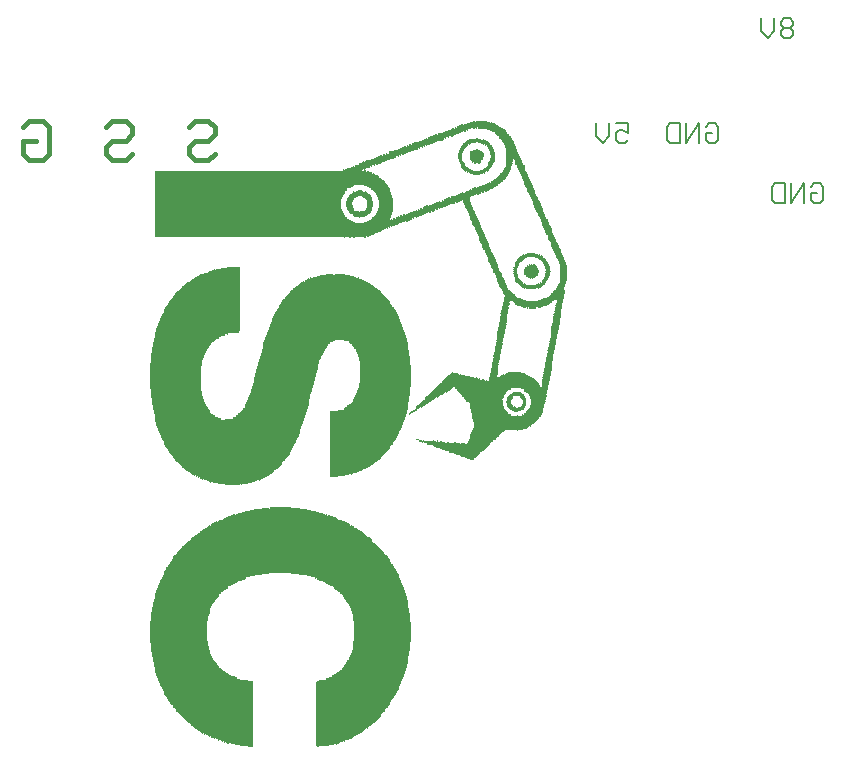
<source format=gbo>
G75*
%MOIN*%
%OFA0B0*%
%FSLAX25Y25*%
%IPPOS*%
%LPD*%
%AMOC8*
5,1,8,0,0,1.08239X$1,22.5*
%
%ADD10C,0.00600*%
%ADD11R,0.00300X0.08400*%
%ADD12R,0.00300X0.07200*%
%ADD13R,0.00300X0.15000*%
%ADD14R,0.00300X0.13200*%
%ADD15R,0.00300X0.19500*%
%ADD16R,0.00300X0.16800*%
%ADD17R,0.00300X0.22500*%
%ADD18R,0.00300X0.19800*%
%ADD19R,0.00300X0.25500*%
%ADD20R,0.00300X0.28200*%
%ADD21R,0.00300X0.24600*%
%ADD22R,0.00300X0.22200*%
%ADD23R,0.00300X0.30000*%
%ADD24R,0.00300X0.26700*%
%ADD25R,0.00300X0.32400*%
%ADD26R,0.00300X0.28500*%
%ADD27R,0.00300X0.34200*%
%ADD28R,0.00300X0.30300*%
%ADD29R,0.00300X0.36000*%
%ADD30R,0.00300X0.32100*%
%ADD31R,0.00300X0.37500*%
%ADD32R,0.00300X0.33300*%
%ADD33R,0.00300X0.39000*%
%ADD34R,0.00300X0.35100*%
%ADD35R,0.00300X0.40500*%
%ADD36R,0.00300X0.36300*%
%ADD37R,0.00300X0.41700*%
%ADD38R,0.00300X0.42900*%
%ADD39R,0.00300X0.38700*%
%ADD40R,0.00300X0.44100*%
%ADD41R,0.00300X0.39900*%
%ADD42R,0.00300X0.45300*%
%ADD43R,0.00300X0.41100*%
%ADD44R,0.00300X0.46500*%
%ADD45R,0.00300X0.42300*%
%ADD46R,0.00300X0.47400*%
%ADD47R,0.00300X0.43200*%
%ADD48R,0.00300X0.48300*%
%ADD49R,0.00300X0.49500*%
%ADD50R,0.00300X0.50400*%
%ADD51R,0.00300X0.45900*%
%ADD52R,0.00300X0.51300*%
%ADD53R,0.00300X0.47100*%
%ADD54R,0.00300X0.51900*%
%ADD55R,0.00300X0.47700*%
%ADD56R,0.00300X0.52800*%
%ADD57R,0.00300X0.48600*%
%ADD58R,0.00300X0.53700*%
%ADD59R,0.00300X0.54300*%
%ADD60R,0.00300X0.54900*%
%ADD61R,0.00300X0.51000*%
%ADD62R,0.00300X0.55800*%
%ADD63R,0.00300X0.51600*%
%ADD64R,0.00300X0.56400*%
%ADD65R,0.00300X0.52500*%
%ADD66R,0.00300X0.57000*%
%ADD67R,0.00300X0.53400*%
%ADD68R,0.00300X0.57600*%
%ADD69R,0.00300X0.54000*%
%ADD70R,0.00300X0.58200*%
%ADD71R,0.00300X0.54600*%
%ADD72R,0.00300X0.58800*%
%ADD73R,0.00300X0.55200*%
%ADD74R,0.00300X0.59400*%
%ADD75R,0.00300X0.60000*%
%ADD76R,0.00300X0.60600*%
%ADD77R,0.00300X0.60900*%
%ADD78R,0.00300X0.61500*%
%ADD79R,0.00300X0.61800*%
%ADD80R,0.00300X0.62400*%
%ADD81R,0.00300X0.63000*%
%ADD82R,0.00300X0.63300*%
%ADD83R,0.00300X0.63600*%
%ADD84R,0.00300X0.64200*%
%ADD85R,0.00300X0.64500*%
%ADD86R,0.00300X0.62100*%
%ADD87R,0.00300X0.64800*%
%ADD88R,0.00300X0.62700*%
%ADD89R,0.00300X0.65400*%
%ADD90R,0.00300X0.66000*%
%ADD91R,0.00300X0.63900*%
%ADD92R,0.00300X0.66300*%
%ADD93R,0.00300X0.66600*%
%ADD94R,0.00300X0.66900*%
%ADD95R,0.00300X0.67200*%
%ADD96R,0.00300X0.65700*%
%ADD97R,0.00300X0.67500*%
%ADD98R,0.00300X0.67800*%
%ADD99R,0.00300X0.68100*%
%ADD100R,0.00300X0.30600*%
%ADD101R,0.00300X0.29400*%
%ADD102R,0.00300X0.28800*%
%ADD103R,0.00300X0.27900*%
%ADD104R,0.00300X0.27300*%
%ADD105R,0.00300X0.26100*%
%ADD106R,0.00300X0.68400*%
%ADD107R,0.00300X0.68700*%
%ADD108R,0.00300X0.24900*%
%ADD109R,0.00300X0.69000*%
%ADD110R,0.00300X0.31200*%
%ADD111R,0.00300X0.24000*%
%ADD112R,0.00300X0.23700*%
%ADD113R,0.00300X0.29100*%
%ADD114R,0.00300X0.23400*%
%ADD115R,0.00300X0.23100*%
%ADD116R,0.00300X0.27600*%
%ADD117R,0.00300X0.22800*%
%ADD118R,0.00300X0.27000*%
%ADD119R,0.00300X0.26400*%
%ADD120R,0.00300X0.25800*%
%ADD121R,0.00300X0.21900*%
%ADD122R,0.00300X0.25200*%
%ADD123R,0.00300X0.24300*%
%ADD124R,0.00300X0.21600*%
%ADD125R,0.00300X0.31800*%
%ADD126R,0.00300X0.33000*%
%ADD127R,0.00300X0.33900*%
%ADD128R,0.00300X0.34800*%
%ADD129R,0.00300X0.37200*%
%ADD130R,0.00300X0.38100*%
%ADD131R,0.00300X0.39300*%
%ADD132R,0.00300X0.45000*%
%ADD133R,0.00300X0.48000*%
%ADD134R,0.00300X0.48900*%
%ADD135R,0.00300X0.49800*%
%ADD136R,0.00300X0.52200*%
%ADD137R,0.00300X0.53100*%
%ADD138R,0.00300X0.50700*%
%ADD139R,0.00300X0.50100*%
%ADD140R,0.00300X0.49200*%
%ADD141R,0.00300X0.45600*%
%ADD142R,0.00300X0.43800*%
%ADD143R,0.00300X0.42000*%
%ADD144R,0.00300X0.37800*%
%ADD145R,0.00300X0.36600*%
%ADD146R,0.00300X0.35700*%
%ADD147R,0.00300X0.34500*%
%ADD148R,0.00300X0.21300*%
%ADD149R,0.00300X0.09600*%
%ADD150R,0.00300X0.08700*%
%ADD151R,0.00300X0.08100*%
%ADD152R,0.00300X0.07800*%
%ADD153R,0.00300X0.07500*%
%ADD154R,0.00300X0.06900*%
%ADD155R,0.00300X0.02100*%
%ADD156R,0.00300X0.06600*%
%ADD157R,0.00300X0.04200*%
%ADD158R,0.00300X0.06300*%
%ADD159R,0.00300X0.04800*%
%ADD160R,0.00300X0.06000*%
%ADD161R,0.00300X0.05700*%
%ADD162R,0.00300X0.05400*%
%ADD163R,0.00300X0.03000*%
%ADD164R,0.00300X0.02400*%
%ADD165R,0.00300X0.02700*%
%ADD166R,0.00300X0.05100*%
%ADD167R,0.00300X0.69600*%
%ADD168R,0.00300X0.69300*%
%ADD169R,0.00300X0.01800*%
%ADD170R,0.00300X0.61200*%
%ADD171R,0.00300X0.60300*%
%ADD172R,0.00300X0.03600*%
%ADD173R,0.00300X0.59700*%
%ADD174R,0.00300X0.59100*%
%ADD175R,0.00300X0.57900*%
%ADD176R,0.00300X0.58500*%
%ADD177R,0.00300X0.57300*%
%ADD178R,0.00300X0.56700*%
%ADD179R,0.00300X0.18300*%
%ADD180R,0.00300X0.17700*%
%ADD181R,0.00300X0.56100*%
%ADD182R,0.00300X0.17100*%
%ADD183R,0.00300X0.16500*%
%ADD184R,0.00300X0.15900*%
%ADD185R,0.00300X0.15600*%
%ADD186R,0.00300X0.14700*%
%ADD187R,0.00300X0.14400*%
%ADD188R,0.00300X0.13500*%
%ADD189R,0.00300X0.12300*%
%ADD190R,0.00300X0.46800*%
%ADD191R,0.00300X0.40800*%
%ADD192R,0.00300X0.39600*%
%ADD193R,0.00300X0.38400*%
%ADD194R,0.00300X0.36900*%
%ADD195R,0.00300X0.32700*%
%ADD196R,0.00300X0.31500*%
%ADD197R,0.00300X0.30900*%
%ADD198R,0.00300X0.29700*%
%ADD199R,0.00300X0.20400*%
%ADD200R,0.00300X0.19200*%
%ADD201R,0.00300X0.17400*%
%ADD202R,0.00300X0.16200*%
%ADD203R,0.00300X0.00600*%
%ADD204R,0.00300X0.12600*%
%ADD205R,0.00300X0.00900*%
%ADD206R,0.00300X0.01500*%
%ADD207R,0.00300X0.00300*%
%ADD208R,0.00300X0.01200*%
%ADD209R,0.00300X0.03300*%
%ADD210R,0.00300X0.03900*%
%ADD211R,0.00300X0.04500*%
%ADD212R,0.00300X0.09000*%
%ADD213R,0.00300X0.09300*%
%ADD214R,0.00300X0.10500*%
%ADD215R,0.00300X0.12000*%
%ADD216R,0.00300X0.13800*%
%ADD217R,0.00300X0.09900*%
%ADD218R,0.00300X0.11700*%
%ADD219R,0.00300X0.10800*%
%ADD220R,0.00300X0.12900*%
%ADD221R,0.00300X0.10200*%
%ADD222R,0.00300X0.11400*%
%ADD223R,0.00300X0.11100*%
%ADD224R,0.00300X0.15300*%
%ADD225R,0.00300X0.14100*%
%ADD226R,0.00300X0.20700*%
%ADD227R,0.00300X0.18600*%
%ADD228C,0.01800*%
D10*
X0225984Y0219435D02*
X0228119Y0217300D01*
X0230255Y0219435D01*
X0230255Y0223705D01*
X0232430Y0223705D02*
X0236700Y0223705D01*
X0236700Y0220503D01*
X0234565Y0221570D01*
X0233497Y0221570D01*
X0232430Y0220503D01*
X0232430Y0218368D01*
X0233497Y0217300D01*
X0235632Y0217300D01*
X0236700Y0218368D01*
X0225984Y0219435D02*
X0225984Y0223705D01*
X0249539Y0222638D02*
X0249539Y0218368D01*
X0250606Y0217300D01*
X0253809Y0217300D01*
X0253809Y0223705D01*
X0250606Y0223705D01*
X0249539Y0222638D01*
X0255984Y0223705D02*
X0255984Y0217300D01*
X0260255Y0223705D01*
X0260255Y0217300D01*
X0262430Y0218368D02*
X0262430Y0220503D01*
X0264565Y0220503D01*
X0266700Y0222638D02*
X0266700Y0218368D01*
X0265632Y0217300D01*
X0263497Y0217300D01*
X0262430Y0218368D01*
X0262430Y0222638D02*
X0263497Y0223705D01*
X0265632Y0223705D01*
X0266700Y0222638D01*
X0285606Y0203705D02*
X0288809Y0203705D01*
X0288809Y0197300D01*
X0285606Y0197300D01*
X0284539Y0198368D01*
X0284539Y0202638D01*
X0285606Y0203705D01*
X0290984Y0203705D02*
X0290984Y0197300D01*
X0295255Y0203705D01*
X0295255Y0197300D01*
X0297430Y0198368D02*
X0297430Y0200503D01*
X0299565Y0200503D01*
X0301700Y0202638D02*
X0301700Y0198368D01*
X0300632Y0197300D01*
X0298497Y0197300D01*
X0297430Y0198368D01*
X0297430Y0202638D02*
X0298497Y0203705D01*
X0300632Y0203705D01*
X0301700Y0202638D01*
X0290632Y0252300D02*
X0288497Y0252300D01*
X0287430Y0253368D01*
X0287430Y0254435D01*
X0288497Y0255503D01*
X0290632Y0255503D01*
X0291700Y0256570D01*
X0291700Y0257638D01*
X0290632Y0258705D01*
X0288497Y0258705D01*
X0287430Y0257638D01*
X0287430Y0256570D01*
X0288497Y0255503D01*
X0290632Y0255503D02*
X0291700Y0254435D01*
X0291700Y0253368D01*
X0290632Y0252300D01*
X0285255Y0254435D02*
X0285255Y0258705D01*
X0285255Y0254435D02*
X0283119Y0252300D01*
X0280984Y0254435D01*
X0280984Y0258705D01*
D11*
X0141800Y0204050D03*
X0077600Y0139550D03*
X0182900Y0135350D03*
X0195200Y0125150D03*
D12*
X0077600Y0054050D03*
X0181700Y0136250D03*
X0204200Y0135650D03*
X0204200Y0126350D03*
X0199700Y0174350D03*
X0215900Y0173750D03*
X0191300Y0212750D03*
X0153200Y0202850D03*
X0147800Y0206750D03*
X0147500Y0206750D03*
X0147200Y0206750D03*
X0143000Y0204950D03*
X0149900Y0196850D03*
X0153200Y0190850D03*
X0142400Y0189350D03*
D13*
X0077900Y0139550D03*
X0205400Y0131150D03*
D14*
X0206300Y0131150D03*
X0164000Y0139550D03*
X0157100Y0195650D03*
X0197000Y0213650D03*
X0077900Y0054050D03*
D15*
X0078200Y0139400D03*
X0193100Y0128900D03*
X0194000Y0129500D03*
X0194300Y0129800D03*
X0194600Y0130100D03*
D16*
X0155000Y0196550D03*
X0078200Y0054050D03*
D17*
X0078800Y0053900D03*
X0104300Y0028400D03*
X0104900Y0028100D03*
X0105200Y0028100D03*
X0105500Y0028100D03*
X0105800Y0027800D03*
X0106100Y0027800D03*
X0136400Y0027500D03*
X0136700Y0027500D03*
X0137300Y0027800D03*
X0134900Y0082400D03*
X0134300Y0082700D03*
X0134000Y0082700D03*
X0133700Y0083000D03*
X0133400Y0083000D03*
X0133100Y0083000D03*
X0132500Y0083300D03*
X0109400Y0083300D03*
X0108800Y0083000D03*
X0108500Y0083000D03*
X0108200Y0083000D03*
X0107900Y0082700D03*
X0107600Y0082700D03*
X0107000Y0082400D03*
X0105500Y0114500D03*
X0105200Y0114500D03*
X0098900Y0115100D03*
X0098300Y0115400D03*
X0078500Y0139400D03*
X0101000Y0164000D03*
X0101600Y0164300D03*
X0101900Y0164300D03*
X0102200Y0164300D03*
X0103100Y0164600D03*
X0137900Y0162200D03*
X0138200Y0162200D03*
X0143900Y0161900D03*
X0144200Y0161600D03*
X0189500Y0126800D03*
X0190700Y0128000D03*
X0142700Y0117800D03*
X0142400Y0117500D03*
X0142100Y0117500D03*
D18*
X0193400Y0129050D03*
X0193700Y0129350D03*
X0078500Y0054050D03*
D19*
X0099200Y0031400D03*
X0099500Y0031100D03*
X0142400Y0030500D03*
X0142700Y0030800D03*
X0108800Y0116300D03*
X0095900Y0117500D03*
X0078800Y0139400D03*
X0096500Y0161300D03*
X0096800Y0161600D03*
X0146600Y0159500D03*
X0186800Y0125900D03*
X0145700Y0119900D03*
D20*
X0110000Y0117650D03*
X0079100Y0139250D03*
X0095300Y0159650D03*
X0134000Y0158750D03*
X0097400Y0033350D03*
D21*
X0100100Y0030650D03*
X0100400Y0030350D03*
X0079100Y0054050D03*
X0101000Y0079250D03*
X0107900Y0115550D03*
X0108200Y0115850D03*
X0096500Y0116750D03*
X0140900Y0079250D03*
X0141800Y0030050D03*
X0141500Y0029750D03*
X0146300Y0159950D03*
X0136100Y0161150D03*
X0097700Y0162350D03*
X0097400Y0162050D03*
D22*
X0102500Y0164450D03*
X0102800Y0164450D03*
X0103400Y0164750D03*
X0103700Y0164750D03*
X0104000Y0164750D03*
X0104300Y0164750D03*
X0104300Y0196850D03*
X0104600Y0196850D03*
X0104900Y0196850D03*
X0105200Y0196850D03*
X0105500Y0196850D03*
X0105800Y0196850D03*
X0106100Y0196850D03*
X0106400Y0196850D03*
X0106700Y0196850D03*
X0107000Y0196850D03*
X0107300Y0196850D03*
X0107600Y0196850D03*
X0107900Y0196850D03*
X0108200Y0196850D03*
X0108500Y0196850D03*
X0108800Y0196850D03*
X0109100Y0196850D03*
X0109400Y0196850D03*
X0109700Y0196850D03*
X0110000Y0196850D03*
X0110300Y0196850D03*
X0110600Y0196850D03*
X0110900Y0196850D03*
X0111200Y0196850D03*
X0111500Y0196850D03*
X0111800Y0196850D03*
X0112100Y0196850D03*
X0112400Y0196850D03*
X0112700Y0196850D03*
X0113000Y0196850D03*
X0113300Y0196850D03*
X0113600Y0196850D03*
X0113900Y0196850D03*
X0114200Y0196850D03*
X0114500Y0196850D03*
X0114800Y0196850D03*
X0115100Y0196850D03*
X0115400Y0196850D03*
X0115700Y0196850D03*
X0116000Y0196850D03*
X0116300Y0196850D03*
X0116600Y0196850D03*
X0116900Y0196850D03*
X0117200Y0196850D03*
X0117500Y0196850D03*
X0117800Y0196850D03*
X0118100Y0196850D03*
X0118400Y0196850D03*
X0118700Y0196850D03*
X0119000Y0196850D03*
X0119300Y0196850D03*
X0119600Y0196850D03*
X0119900Y0196850D03*
X0120200Y0196850D03*
X0120500Y0196850D03*
X0120800Y0196850D03*
X0121100Y0196850D03*
X0121400Y0196850D03*
X0121700Y0196850D03*
X0122000Y0196850D03*
X0122300Y0196850D03*
X0122600Y0196850D03*
X0122900Y0196850D03*
X0123200Y0196850D03*
X0123500Y0196850D03*
X0123800Y0196850D03*
X0124100Y0196850D03*
X0124400Y0196850D03*
X0124700Y0196850D03*
X0125000Y0196850D03*
X0125300Y0196850D03*
X0125600Y0196850D03*
X0125900Y0196850D03*
X0126200Y0196850D03*
X0126500Y0196850D03*
X0126800Y0196850D03*
X0127100Y0196850D03*
X0127400Y0196850D03*
X0127700Y0196850D03*
X0128000Y0196850D03*
X0128300Y0196850D03*
X0128600Y0196850D03*
X0128900Y0196850D03*
X0129200Y0196850D03*
X0129500Y0196850D03*
X0129800Y0196850D03*
X0130100Y0196850D03*
X0130400Y0196850D03*
X0130700Y0196850D03*
X0131000Y0196850D03*
X0131300Y0196850D03*
X0131600Y0196850D03*
X0131900Y0196850D03*
X0132200Y0196850D03*
X0132500Y0196850D03*
X0132800Y0196850D03*
X0133100Y0196850D03*
X0133400Y0196850D03*
X0133700Y0196850D03*
X0134000Y0196850D03*
X0134300Y0196850D03*
X0134600Y0196850D03*
X0134900Y0196850D03*
X0135200Y0196850D03*
X0135500Y0196850D03*
X0135800Y0196850D03*
X0136100Y0196850D03*
X0136400Y0196850D03*
X0136700Y0196850D03*
X0137000Y0196850D03*
X0137300Y0196850D03*
X0137600Y0196850D03*
X0137900Y0196850D03*
X0138200Y0196850D03*
X0138500Y0196850D03*
X0138800Y0196850D03*
X0139100Y0196850D03*
X0139400Y0196850D03*
X0139700Y0196850D03*
X0140000Y0196850D03*
X0140300Y0196850D03*
X0140600Y0196850D03*
X0140900Y0196850D03*
X0138800Y0162350D03*
X0138500Y0162350D03*
X0143300Y0162050D03*
X0143600Y0162050D03*
X0104000Y0196850D03*
X0103700Y0196850D03*
X0103400Y0196850D03*
X0103100Y0196850D03*
X0102800Y0196850D03*
X0102500Y0196850D03*
X0102200Y0196850D03*
X0101900Y0196850D03*
X0101600Y0196850D03*
X0101300Y0196850D03*
X0101000Y0196850D03*
X0100700Y0196850D03*
X0100400Y0196850D03*
X0100100Y0196850D03*
X0099800Y0196850D03*
X0099500Y0196850D03*
X0099200Y0196850D03*
X0098900Y0196850D03*
X0098600Y0196850D03*
X0098300Y0196850D03*
X0098000Y0196850D03*
X0097700Y0196850D03*
X0097400Y0196850D03*
X0097100Y0196850D03*
X0096800Y0196850D03*
X0096500Y0196850D03*
X0096200Y0196850D03*
X0095900Y0196850D03*
X0095600Y0196850D03*
X0095300Y0196850D03*
X0095000Y0196850D03*
X0094700Y0196850D03*
X0094400Y0196850D03*
X0094100Y0196850D03*
X0093800Y0196850D03*
X0093500Y0196850D03*
X0093200Y0196850D03*
X0092900Y0196850D03*
X0092600Y0196850D03*
X0092300Y0196850D03*
X0092000Y0196850D03*
X0091700Y0196850D03*
X0091400Y0196850D03*
X0091100Y0196850D03*
X0090800Y0196850D03*
X0090500Y0196850D03*
X0090200Y0196850D03*
X0089900Y0196850D03*
X0089600Y0196850D03*
X0089300Y0196850D03*
X0089000Y0196850D03*
X0088700Y0196850D03*
X0088400Y0196850D03*
X0088100Y0196850D03*
X0087800Y0196850D03*
X0087500Y0196850D03*
X0087200Y0196850D03*
X0086900Y0196850D03*
X0086600Y0196850D03*
X0086300Y0196850D03*
X0086000Y0196850D03*
X0085700Y0196850D03*
X0085400Y0196850D03*
X0085100Y0196850D03*
X0084800Y0196850D03*
X0084500Y0196850D03*
X0084200Y0196850D03*
X0083900Y0196850D03*
X0083600Y0196850D03*
X0083300Y0196850D03*
X0083000Y0196850D03*
X0082700Y0196850D03*
X0082400Y0196850D03*
X0082100Y0196850D03*
X0081800Y0196850D03*
X0081500Y0196850D03*
X0081200Y0196850D03*
X0080900Y0196850D03*
X0080600Y0196850D03*
X0080300Y0196850D03*
X0080000Y0196850D03*
X0079700Y0196850D03*
X0079400Y0196850D03*
X0141200Y0117350D03*
X0141500Y0117350D03*
X0141800Y0117350D03*
X0140300Y0117050D03*
X0131000Y0083750D03*
X0130700Y0083750D03*
X0130400Y0083750D03*
X0129500Y0084050D03*
X0129200Y0084050D03*
X0128900Y0084050D03*
X0127400Y0084350D03*
X0131300Y0083450D03*
X0131600Y0083450D03*
X0131900Y0083450D03*
X0132200Y0083450D03*
X0132800Y0083150D03*
X0114500Y0084350D03*
X0113000Y0084050D03*
X0112700Y0084050D03*
X0112400Y0084050D03*
X0111500Y0083750D03*
X0111200Y0083750D03*
X0110900Y0083750D03*
X0110600Y0083450D03*
X0110300Y0083450D03*
X0110000Y0083450D03*
X0109700Y0083450D03*
X0109100Y0083150D03*
X0104900Y0114350D03*
X0104600Y0114350D03*
X0100100Y0114650D03*
X0099500Y0114950D03*
X0099200Y0114950D03*
X0189800Y0126950D03*
X0136100Y0027350D03*
X0135800Y0027350D03*
X0135500Y0027350D03*
X0135200Y0027350D03*
X0134900Y0027050D03*
X0134600Y0027050D03*
X0134300Y0027050D03*
X0134000Y0027050D03*
X0110000Y0027050D03*
X0108200Y0027350D03*
X0107900Y0027350D03*
X0107600Y0027350D03*
X0107000Y0027650D03*
X0106700Y0027650D03*
X0106400Y0027650D03*
D23*
X0096800Y0034550D03*
X0096800Y0074450D03*
X0145100Y0074450D03*
X0079400Y0139250D03*
D24*
X0095300Y0118400D03*
X0109400Y0116900D03*
X0095900Y0160700D03*
X0185600Y0125600D03*
X0185900Y0125600D03*
X0191600Y0131000D03*
X0143600Y0031700D03*
X0143300Y0031400D03*
X0098300Y0032300D03*
X0079400Y0053900D03*
D25*
X0079700Y0139250D03*
D26*
X0110300Y0118100D03*
X0097400Y0075500D03*
X0079700Y0053900D03*
X0144500Y0032900D03*
X0144500Y0075500D03*
D27*
X0080000Y0139250D03*
D28*
X0110900Y0119000D03*
X0133400Y0157700D03*
X0080000Y0053900D03*
X0145100Y0034100D03*
D29*
X0112700Y0122450D03*
X0080300Y0139250D03*
D30*
X0132800Y0156500D03*
X0080300Y0053900D03*
D31*
X0081500Y0053900D03*
X0080600Y0139100D03*
D32*
X0132500Y0155900D03*
X0080600Y0053900D03*
D33*
X0080900Y0139250D03*
X0131000Y0152750D03*
D34*
X0080900Y0053900D03*
D35*
X0113900Y0125000D03*
X0081200Y0139100D03*
D36*
X0081200Y0053900D03*
D37*
X0159200Y0054200D03*
X0081500Y0139100D03*
D38*
X0081800Y0139100D03*
X0158900Y0054200D03*
D39*
X0081800Y0053900D03*
D40*
X0083300Y0053900D03*
X0115100Y0127400D03*
X0082100Y0139100D03*
D41*
X0130700Y0152000D03*
X0082100Y0053900D03*
D42*
X0083600Y0053900D03*
X0082400Y0139100D03*
D43*
X0114200Y0125600D03*
X0130400Y0151400D03*
X0082400Y0053900D03*
D44*
X0116000Y0129200D03*
X0128600Y0147800D03*
X0082700Y0139100D03*
D45*
X0114500Y0126200D03*
X0082700Y0053900D03*
D46*
X0157400Y0054050D03*
X0116300Y0129650D03*
X0083000Y0139250D03*
X0157700Y0139850D03*
D47*
X0159200Y0139850D03*
X0129800Y0150050D03*
X0114800Y0126950D03*
X0083000Y0054050D03*
D48*
X0083300Y0139100D03*
D49*
X0083600Y0139100D03*
X0117200Y0131300D03*
X0085100Y0053900D03*
D50*
X0085400Y0054050D03*
X0156500Y0054050D03*
X0117800Y0132350D03*
X0126800Y0144650D03*
X0083900Y0139250D03*
D51*
X0115700Y0128600D03*
X0158300Y0139700D03*
X0083900Y0053900D03*
D52*
X0118400Y0133100D03*
X0084200Y0139100D03*
D53*
X0128300Y0147200D03*
X0084200Y0053900D03*
D54*
X0118700Y0133700D03*
X0125900Y0143300D03*
X0084500Y0139100D03*
D55*
X0084500Y0053900D03*
D56*
X0119600Y0134750D03*
X0125000Y0141950D03*
X0155600Y0139850D03*
X0084800Y0139250D03*
D57*
X0127700Y0146150D03*
X0157400Y0139850D03*
X0157100Y0054050D03*
X0084800Y0054050D03*
D58*
X0120500Y0136100D03*
X0120800Y0136400D03*
X0121400Y0137300D03*
X0123500Y0140000D03*
X0123800Y0140300D03*
X0085100Y0139100D03*
D59*
X0085400Y0139100D03*
D60*
X0085700Y0139100D03*
D61*
X0118100Y0132650D03*
X0085700Y0054050D03*
X0156200Y0054050D03*
D62*
X0087800Y0054050D03*
X0086000Y0139250D03*
X0154100Y0139850D03*
D63*
X0156200Y0139850D03*
X0126200Y0143750D03*
X0155900Y0054050D03*
X0086000Y0054050D03*
D64*
X0088100Y0054050D03*
X0086300Y0139250D03*
X0153800Y0139850D03*
D65*
X0125300Y0142400D03*
X0119300Y0134600D03*
X0086300Y0053900D03*
X0155600Y0053900D03*
D66*
X0088400Y0054050D03*
X0086600Y0139250D03*
D67*
X0120200Y0135650D03*
X0124100Y0140750D03*
X0155300Y0139850D03*
X0155300Y0054050D03*
X0086600Y0054050D03*
D68*
X0088700Y0054050D03*
X0086900Y0139250D03*
D69*
X0121100Y0136850D03*
X0121700Y0137750D03*
X0122000Y0138050D03*
X0122300Y0138350D03*
X0122600Y0138950D03*
X0122900Y0139250D03*
X0123200Y0139550D03*
X0155000Y0139850D03*
X0155000Y0054050D03*
X0086900Y0054050D03*
D70*
X0089000Y0054050D03*
X0087200Y0139250D03*
X0152600Y0139850D03*
D71*
X0154700Y0139850D03*
X0154700Y0054050D03*
X0087200Y0054050D03*
D72*
X0089300Y0054050D03*
X0087500Y0139250D03*
X0152300Y0139850D03*
D73*
X0154400Y0139850D03*
X0154400Y0054050D03*
X0087500Y0054050D03*
D74*
X0089600Y0054050D03*
X0087800Y0139250D03*
D75*
X0088100Y0139250D03*
X0151400Y0139850D03*
X0089900Y0054050D03*
D76*
X0090200Y0054050D03*
X0088400Y0139250D03*
D77*
X0088700Y0139100D03*
X0150800Y0140000D03*
X0151700Y0053900D03*
X0090500Y0054200D03*
D78*
X0090800Y0054200D03*
X0089000Y0139100D03*
X0150200Y0140000D03*
D79*
X0149900Y0139850D03*
X0089300Y0139250D03*
X0151100Y0054050D03*
D80*
X0150800Y0054050D03*
X0089600Y0139250D03*
X0149300Y0139850D03*
D81*
X0148700Y0139850D03*
X0089900Y0139250D03*
X0091700Y0054350D03*
X0150500Y0054050D03*
D82*
X0092000Y0054200D03*
X0090200Y0139100D03*
X0148400Y0140000D03*
D83*
X0148100Y0139850D03*
X0090500Y0139250D03*
X0150200Y0054050D03*
D84*
X0149600Y0054050D03*
X0090800Y0139250D03*
X0147500Y0139850D03*
D85*
X0091100Y0139100D03*
X0092600Y0054200D03*
D86*
X0091100Y0054200D03*
X0149600Y0140000D03*
D87*
X0091400Y0139250D03*
X0092900Y0054350D03*
X0149300Y0054050D03*
D88*
X0091400Y0054200D03*
X0149000Y0140000D03*
D89*
X0092000Y0139250D03*
X0091700Y0139250D03*
X0093200Y0054350D03*
X0149000Y0054050D03*
D90*
X0148700Y0054050D03*
X0148400Y0054050D03*
X0093800Y0054350D03*
X0092300Y0139250D03*
D91*
X0147800Y0140000D03*
X0149900Y0053900D03*
X0092300Y0054200D03*
D92*
X0092600Y0139400D03*
D93*
X0092900Y0139250D03*
X0094100Y0054350D03*
X0148100Y0054050D03*
D94*
X0094400Y0054500D03*
X0093200Y0139400D03*
D95*
X0093500Y0139250D03*
X0094700Y0054350D03*
X0147800Y0054050D03*
D96*
X0093500Y0054200D03*
D97*
X0147500Y0054200D03*
X0093800Y0139400D03*
D98*
X0094100Y0139250D03*
X0095000Y0054350D03*
X0147200Y0054050D03*
D99*
X0146900Y0054200D03*
X0095300Y0054500D03*
X0094400Y0139400D03*
D100*
X0094700Y0158150D03*
D101*
X0094700Y0119750D03*
X0110600Y0118550D03*
X0147200Y0122450D03*
D102*
X0095000Y0159050D03*
X0097100Y0033950D03*
D103*
X0144200Y0032600D03*
X0162200Y0054200D03*
X0095000Y0119000D03*
X0134300Y0159200D03*
X0146900Y0121700D03*
D104*
X0146600Y0121100D03*
X0162500Y0139700D03*
X0147200Y0158300D03*
X0109700Y0117200D03*
X0098000Y0076400D03*
X0143900Y0076400D03*
X0098000Y0032600D03*
X0095600Y0160100D03*
D105*
X0096200Y0161000D03*
X0095600Y0117800D03*
X0109100Y0116600D03*
X0162500Y0054200D03*
X0143000Y0031100D03*
X0098600Y0032000D03*
D106*
X0095600Y0054350D03*
D107*
X0095900Y0054500D03*
X0146600Y0054200D03*
D108*
X0141500Y0078800D03*
X0141200Y0079100D03*
X0100700Y0079100D03*
X0100400Y0078800D03*
X0096200Y0117200D03*
X0145400Y0119600D03*
X0187400Y0126200D03*
X0191300Y0129800D03*
X0135800Y0161000D03*
X0097100Y0161900D03*
X0099800Y0030800D03*
D109*
X0096200Y0054350D03*
X0146300Y0054050D03*
D110*
X0145400Y0073550D03*
X0096500Y0073550D03*
X0096500Y0035450D03*
X0111200Y0119450D03*
X0133100Y0157250D03*
X0192500Y0133850D03*
D111*
X0136400Y0161450D03*
X0098600Y0162950D03*
X0098000Y0162650D03*
X0096800Y0116450D03*
X0107300Y0115250D03*
X0102200Y0080150D03*
X0101900Y0079850D03*
X0139700Y0080150D03*
X0140000Y0079850D03*
X0162800Y0054350D03*
X0140900Y0029450D03*
X0140600Y0029150D03*
X0101300Y0029750D03*
X0101000Y0030050D03*
D112*
X0101600Y0029600D03*
X0102200Y0029300D03*
X0139700Y0028700D03*
X0140000Y0029000D03*
X0140300Y0029000D03*
X0139400Y0080300D03*
X0139100Y0080600D03*
X0138800Y0080600D03*
X0103100Y0080600D03*
X0102800Y0080600D03*
X0102500Y0080300D03*
X0107000Y0115100D03*
X0097100Y0116300D03*
X0144500Y0118700D03*
X0188300Y0126500D03*
X0188600Y0126500D03*
X0145700Y0160700D03*
X0136700Y0161600D03*
X0098900Y0163100D03*
X0098300Y0162800D03*
D113*
X0133700Y0158300D03*
X0162200Y0139700D03*
X0192200Y0132800D03*
X0144800Y0074900D03*
X0144800Y0033500D03*
X0097100Y0074900D03*
D114*
X0103400Y0080750D03*
X0103700Y0081050D03*
X0104000Y0081050D03*
X0137900Y0081050D03*
X0138200Y0081050D03*
X0138500Y0080750D03*
X0106700Y0114950D03*
X0097400Y0115850D03*
X0144200Y0118550D03*
X0191000Y0128750D03*
X0145400Y0160850D03*
X0145100Y0161150D03*
X0137000Y0161750D03*
X0099800Y0163550D03*
X0099200Y0163250D03*
X0101900Y0029450D03*
X0102500Y0029150D03*
X0139100Y0028550D03*
X0139400Y0028550D03*
D115*
X0138800Y0028400D03*
X0138500Y0028100D03*
X0138200Y0028100D03*
X0103700Y0028700D03*
X0103400Y0028700D03*
X0103100Y0029000D03*
X0102800Y0029000D03*
X0104300Y0081200D03*
X0104600Y0081500D03*
X0104900Y0081500D03*
X0105200Y0081800D03*
X0105500Y0081800D03*
X0136400Y0081800D03*
X0137000Y0081500D03*
X0137300Y0081500D03*
X0137600Y0081200D03*
X0106400Y0114800D03*
X0097700Y0115700D03*
X0143300Y0118100D03*
X0143600Y0118100D03*
X0143900Y0118400D03*
X0188900Y0126500D03*
X0144800Y0161300D03*
X0137300Y0161900D03*
X0100100Y0163700D03*
X0099500Y0163400D03*
D116*
X0191900Y0131750D03*
X0144200Y0075950D03*
X0097700Y0075950D03*
X0097700Y0033050D03*
X0143900Y0032150D03*
D117*
X0137900Y0027950D03*
X0137600Y0027950D03*
X0137000Y0027650D03*
X0104600Y0028250D03*
X0104000Y0028550D03*
X0105800Y0081950D03*
X0106100Y0081950D03*
X0106400Y0082250D03*
X0106700Y0082250D03*
X0107300Y0082550D03*
X0134600Y0082550D03*
X0135200Y0082250D03*
X0135500Y0082250D03*
X0135800Y0081950D03*
X0136100Y0081950D03*
X0136700Y0081650D03*
X0106100Y0114650D03*
X0105800Y0114650D03*
X0098600Y0115250D03*
X0098000Y0115550D03*
X0143000Y0117950D03*
X0163100Y0139550D03*
X0144500Y0161450D03*
X0137600Y0162050D03*
X0101300Y0164150D03*
X0100700Y0163850D03*
X0100400Y0163850D03*
X0189200Y0126650D03*
D118*
X0134600Y0159650D03*
X0143600Y0076850D03*
X0098300Y0076850D03*
D119*
X0098600Y0077150D03*
X0098900Y0077450D03*
X0143000Y0077450D03*
X0143300Y0077150D03*
X0146300Y0120650D03*
X0186200Y0125750D03*
X0146900Y0159050D03*
X0134900Y0159950D03*
D120*
X0135200Y0160250D03*
X0146000Y0120350D03*
X0186500Y0125750D03*
X0142400Y0078050D03*
X0142700Y0077750D03*
X0099500Y0078050D03*
X0099200Y0077750D03*
X0098900Y0031550D03*
D121*
X0107300Y0027500D03*
X0108500Y0027200D03*
X0108800Y0027200D03*
X0109100Y0027200D03*
X0109400Y0027200D03*
X0109700Y0027200D03*
X0110300Y0026900D03*
X0110600Y0026900D03*
X0110900Y0026900D03*
X0111200Y0026900D03*
X0111500Y0026900D03*
X0133100Y0026900D03*
X0133400Y0026900D03*
X0133700Y0026900D03*
X0130100Y0083900D03*
X0129800Y0083900D03*
X0128600Y0084200D03*
X0128300Y0084200D03*
X0128000Y0084200D03*
X0127700Y0084200D03*
X0127100Y0084500D03*
X0126800Y0084500D03*
X0126500Y0084500D03*
X0126200Y0084500D03*
X0125900Y0084500D03*
X0125600Y0084500D03*
X0125300Y0084500D03*
X0125000Y0084500D03*
X0124700Y0084500D03*
X0124400Y0084800D03*
X0124100Y0084800D03*
X0123800Y0084800D03*
X0123500Y0084800D03*
X0123200Y0084800D03*
X0122900Y0084800D03*
X0122600Y0084800D03*
X0122300Y0084800D03*
X0122000Y0084800D03*
X0121700Y0084800D03*
X0121400Y0084800D03*
X0121100Y0084800D03*
X0120800Y0084800D03*
X0120500Y0084800D03*
X0120200Y0084800D03*
X0119900Y0084800D03*
X0119600Y0084800D03*
X0119300Y0084800D03*
X0119000Y0084800D03*
X0118700Y0084800D03*
X0118400Y0084800D03*
X0118100Y0084800D03*
X0117800Y0084800D03*
X0117500Y0084800D03*
X0116900Y0084500D03*
X0116600Y0084500D03*
X0116300Y0084500D03*
X0116000Y0084500D03*
X0115700Y0084500D03*
X0115400Y0084500D03*
X0115100Y0084500D03*
X0114800Y0084500D03*
X0114200Y0084200D03*
X0113900Y0084200D03*
X0113600Y0084200D03*
X0113300Y0084200D03*
X0112100Y0083900D03*
X0111800Y0083900D03*
X0104300Y0114200D03*
X0104000Y0114200D03*
X0103700Y0114200D03*
X0103400Y0114200D03*
X0103100Y0114200D03*
X0102800Y0114200D03*
X0102500Y0114200D03*
X0101000Y0114500D03*
X0100700Y0114500D03*
X0100400Y0114500D03*
X0099800Y0114800D03*
X0137600Y0116900D03*
X0137900Y0116900D03*
X0138200Y0116900D03*
X0138500Y0116900D03*
X0138800Y0116900D03*
X0139100Y0116900D03*
X0139400Y0116900D03*
X0139700Y0116900D03*
X0140000Y0116900D03*
X0140600Y0117200D03*
X0140900Y0117200D03*
X0142400Y0162200D03*
X0142700Y0162200D03*
X0143000Y0162200D03*
X0142100Y0162500D03*
X0141800Y0162500D03*
X0141500Y0162500D03*
X0141200Y0162500D03*
X0140900Y0162500D03*
X0140600Y0162500D03*
X0140300Y0162500D03*
X0140000Y0162500D03*
X0139700Y0162500D03*
X0139400Y0162500D03*
X0139100Y0162500D03*
X0107000Y0164900D03*
X0106700Y0164900D03*
X0106400Y0164900D03*
X0106100Y0164900D03*
X0105800Y0164900D03*
X0105500Y0164900D03*
X0105200Y0164900D03*
X0104900Y0164900D03*
X0104600Y0164900D03*
D122*
X0135500Y0160550D03*
X0162800Y0139550D03*
X0187100Y0126050D03*
X0141800Y0078650D03*
X0142100Y0078350D03*
X0100100Y0078650D03*
X0099800Y0078350D03*
X0108500Y0116150D03*
X0142100Y0030350D03*
D123*
X0141200Y0029600D03*
X0100700Y0030200D03*
X0101300Y0079400D03*
X0101600Y0079700D03*
X0140300Y0079700D03*
X0140600Y0079400D03*
X0107600Y0115400D03*
X0144800Y0119000D03*
X0145100Y0119300D03*
X0187700Y0126200D03*
X0188000Y0126200D03*
X0146000Y0160400D03*
D124*
X0107300Y0165050D03*
X0102200Y0114350D03*
X0101900Y0114350D03*
X0101600Y0114350D03*
X0101300Y0114350D03*
X0117200Y0084650D03*
X0163100Y0054350D03*
X0190100Y0126950D03*
X0190400Y0127250D03*
D125*
X0192800Y0134750D03*
X0111500Y0120050D03*
X0145400Y0035150D03*
D126*
X0111800Y0120650D03*
D127*
X0112100Y0121100D03*
D128*
X0112400Y0121850D03*
D129*
X0113000Y0123050D03*
X0160700Y0139850D03*
D130*
X0113300Y0123800D03*
D131*
X0113600Y0124400D03*
D132*
X0115400Y0128150D03*
X0129200Y0148850D03*
X0158600Y0139850D03*
X0158300Y0054050D03*
D133*
X0116600Y0130250D03*
X0128000Y0146750D03*
D134*
X0116900Y0130700D03*
D135*
X0117500Y0131750D03*
X0156800Y0139850D03*
D136*
X0155900Y0139850D03*
X0125600Y0142850D03*
X0119000Y0134150D03*
D137*
X0119900Y0135200D03*
X0124400Y0141200D03*
X0124700Y0141500D03*
D138*
X0126500Y0144200D03*
X0156500Y0140000D03*
D139*
X0127100Y0145100D03*
D140*
X0127400Y0145550D03*
X0157100Y0139850D03*
X0156800Y0054050D03*
D141*
X0158000Y0054050D03*
X0128900Y0148250D03*
D142*
X0129500Y0149450D03*
X0158900Y0139850D03*
X0158600Y0054050D03*
D143*
X0159500Y0139850D03*
X0130100Y0150650D03*
D144*
X0131300Y0153350D03*
D145*
X0131600Y0153950D03*
D146*
X0131900Y0154700D03*
X0161000Y0139700D03*
X0160700Y0054200D03*
D147*
X0161000Y0054200D03*
X0161300Y0139700D03*
X0132200Y0155300D03*
D148*
X0132800Y0026900D03*
D149*
X0141200Y0190550D03*
X0141200Y0203150D03*
D150*
X0141500Y0203600D03*
X0141500Y0190100D03*
X0157700Y0196400D03*
X0196700Y0164600D03*
X0215600Y0173900D03*
X0183500Y0135200D03*
X0183200Y0135200D03*
X0184400Y0116000D03*
D151*
X0194900Y0135800D03*
X0195200Y0136100D03*
X0141800Y0189800D03*
D152*
X0153500Y0191450D03*
X0153500Y0202250D03*
X0142100Y0204350D03*
X0182300Y0135950D03*
X0182600Y0135650D03*
D153*
X0182000Y0136100D03*
X0195500Y0125000D03*
X0184100Y0115700D03*
X0164300Y0139400D03*
X0142100Y0189500D03*
X0142400Y0204500D03*
X0142700Y0204800D03*
X0181400Y0212600D03*
X0183500Y0197600D03*
X0198200Y0214400D03*
D154*
X0158000Y0196400D03*
X0144500Y0197000D03*
X0142700Y0189200D03*
X0143300Y0205400D03*
X0143600Y0205400D03*
X0146300Y0206600D03*
X0146600Y0206600D03*
X0146900Y0206600D03*
X0209600Y0174500D03*
X0195800Y0137000D03*
X0195500Y0136700D03*
X0181400Y0136400D03*
X0181100Y0136700D03*
X0164300Y0054200D03*
D155*
X0173000Y0116600D03*
X0173600Y0116600D03*
X0173900Y0116600D03*
X0172400Y0116900D03*
X0168500Y0130400D03*
X0168800Y0130700D03*
X0169100Y0131000D03*
X0197900Y0132500D03*
X0201500Y0132500D03*
X0203000Y0163400D03*
X0203600Y0163400D03*
X0206300Y0163400D03*
X0206600Y0163400D03*
X0208400Y0170600D03*
X0208700Y0170900D03*
X0208700Y0177800D03*
X0208400Y0178400D03*
X0201200Y0170300D03*
X0200600Y0170900D03*
X0200300Y0171200D03*
X0200600Y0178100D03*
X0200900Y0178400D03*
X0177500Y0197900D03*
X0178400Y0198200D03*
X0179300Y0198500D03*
X0184100Y0200300D03*
X0184700Y0200600D03*
X0186200Y0201200D03*
X0187100Y0201500D03*
X0188000Y0201800D03*
X0188900Y0202100D03*
X0190400Y0202700D03*
X0191000Y0203000D03*
X0190100Y0209000D03*
X0182600Y0208700D03*
X0182300Y0216200D03*
X0179600Y0221300D03*
X0179000Y0221000D03*
X0177500Y0220400D03*
X0177200Y0220400D03*
X0176600Y0220100D03*
X0176300Y0220100D03*
X0175700Y0219800D03*
X0173300Y0218900D03*
X0172400Y0218600D03*
X0170000Y0217700D03*
X0169400Y0217400D03*
X0169100Y0217400D03*
X0168500Y0217100D03*
X0167900Y0216800D03*
X0167600Y0216800D03*
X0167000Y0216500D03*
X0164600Y0215600D03*
X0163700Y0215300D03*
X0162800Y0215000D03*
X0161300Y0214400D03*
X0160700Y0214100D03*
X0160400Y0214100D03*
X0159800Y0213800D03*
X0159500Y0213800D03*
X0156800Y0212600D03*
X0156500Y0212600D03*
X0155900Y0212300D03*
X0155000Y0212000D03*
X0152600Y0211100D03*
X0152000Y0210800D03*
X0151700Y0210800D03*
X0151100Y0210500D03*
X0150800Y0210500D03*
X0148400Y0200300D03*
X0148100Y0200300D03*
X0148700Y0200000D03*
X0149000Y0200000D03*
X0146600Y0200300D03*
X0146300Y0200300D03*
X0146000Y0200000D03*
X0145700Y0200000D03*
X0143000Y0197000D03*
X0145400Y0194000D03*
X0145700Y0193700D03*
X0146000Y0193700D03*
X0146300Y0193400D03*
X0146600Y0193400D03*
X0146900Y0193400D03*
X0147500Y0193400D03*
X0147800Y0193400D03*
X0148100Y0193400D03*
X0148400Y0193400D03*
X0148700Y0193700D03*
X0149000Y0193700D03*
X0149300Y0194000D03*
X0151700Y0197000D03*
X0157700Y0190400D03*
X0158300Y0190700D03*
X0159200Y0191000D03*
X0160700Y0191600D03*
X0161600Y0191900D03*
X0162500Y0192200D03*
X0163400Y0192500D03*
X0164900Y0193100D03*
X0165500Y0193400D03*
X0165800Y0193400D03*
X0166400Y0193700D03*
X0166700Y0193700D03*
X0167300Y0194000D03*
X0168200Y0194300D03*
X0169400Y0194900D03*
X0170300Y0195200D03*
X0171200Y0195500D03*
X0172700Y0196100D03*
X0173600Y0196400D03*
X0174200Y0196700D03*
X0174500Y0196700D03*
X0175100Y0197000D03*
X0175400Y0197000D03*
X0190400Y0216200D03*
X0190100Y0216500D03*
X0189800Y0216800D03*
X0185900Y0223100D03*
X0186500Y0223400D03*
X0187100Y0223400D03*
X0185000Y0223100D03*
X0184700Y0223100D03*
X0184400Y0223100D03*
X0184100Y0222800D03*
X0183800Y0222800D03*
X0183500Y0222800D03*
X0182900Y0222500D03*
X0182000Y0222200D03*
X0181100Y0221900D03*
D156*
X0181100Y0212750D03*
X0183200Y0197750D03*
X0199400Y0174350D03*
X0180800Y0136850D03*
X0195800Y0124850D03*
X0203900Y0136250D03*
X0183800Y0115250D03*
X0143000Y0189050D03*
X0144200Y0196850D03*
X0150200Y0196850D03*
X0150500Y0196850D03*
X0152900Y0190550D03*
X0152900Y0203150D03*
X0146000Y0206450D03*
X0145400Y0206150D03*
X0144800Y0205850D03*
X0144500Y0205850D03*
X0144200Y0205550D03*
X0143900Y0205550D03*
D157*
X0143300Y0196850D03*
X0180500Y0212750D03*
X0185300Y0212750D03*
X0187400Y0212750D03*
X0195800Y0207350D03*
X0194600Y0220250D03*
X0194300Y0220550D03*
X0182300Y0198650D03*
X0203600Y0174350D03*
X0174500Y0135350D03*
X0174200Y0135050D03*
X0173900Y0134750D03*
X0179600Y0115250D03*
X0180800Y0114950D03*
X0181100Y0114950D03*
X0202100Y0130850D03*
D158*
X0196700Y0137600D03*
X0196100Y0137300D03*
X0180500Y0137000D03*
X0209900Y0174500D03*
X0196100Y0218000D03*
X0152600Y0203600D03*
X0145700Y0206300D03*
X0145100Y0206000D03*
X0152600Y0190100D03*
X0143300Y0188900D03*
D159*
X0146000Y0188150D03*
X0146300Y0188150D03*
X0146600Y0188150D03*
X0146900Y0188150D03*
X0147200Y0188150D03*
X0147500Y0188150D03*
X0147800Y0188150D03*
X0148100Y0188150D03*
X0148400Y0188150D03*
X0148700Y0188150D03*
X0149600Y0188450D03*
X0151100Y0196850D03*
X0158300Y0196550D03*
X0149600Y0205250D03*
X0148700Y0205550D03*
X0148400Y0205550D03*
X0148100Y0205550D03*
X0143600Y0196850D03*
X0186200Y0212750D03*
X0186500Y0212750D03*
X0191900Y0212750D03*
X0196100Y0208250D03*
X0194900Y0219950D03*
X0204200Y0174350D03*
X0204800Y0174350D03*
X0210200Y0174650D03*
X0195500Y0169250D03*
X0194900Y0170150D03*
X0179000Y0138050D03*
X0178700Y0138050D03*
X0176000Y0136550D03*
X0175700Y0136250D03*
X0175400Y0135950D03*
X0182600Y0114650D03*
X0182900Y0114650D03*
X0197900Y0123950D03*
X0198200Y0123950D03*
X0198500Y0123950D03*
X0198800Y0123950D03*
X0199100Y0123950D03*
X0199400Y0123950D03*
X0200300Y0123950D03*
X0200600Y0123950D03*
X0200900Y0123950D03*
X0201200Y0123950D03*
X0201800Y0124250D03*
D160*
X0203600Y0125450D03*
X0203900Y0125750D03*
X0196100Y0124850D03*
X0203600Y0136550D03*
X0203300Y0136850D03*
X0197000Y0137750D03*
X0196400Y0137450D03*
X0180200Y0137150D03*
X0183500Y0114950D03*
X0214100Y0178850D03*
X0182900Y0198050D03*
X0191600Y0212750D03*
X0198500Y0214850D03*
X0152300Y0203750D03*
X0152000Y0204050D03*
X0150800Y0196850D03*
X0143900Y0196850D03*
X0152300Y0189950D03*
X0152000Y0189650D03*
X0143600Y0188750D03*
D161*
X0143900Y0188600D03*
X0144200Y0188600D03*
X0151700Y0189500D03*
X0151400Y0204500D03*
X0183800Y0195800D03*
X0185000Y0192800D03*
X0187700Y0186800D03*
X0188300Y0185300D03*
X0188600Y0184400D03*
X0191900Y0176900D03*
X0210200Y0188000D03*
X0205700Y0198500D03*
X0203300Y0203900D03*
X0202100Y0206900D03*
X0199400Y0212900D03*
X0195800Y0218600D03*
X0197300Y0137900D03*
X0197600Y0137900D03*
X0202100Y0137600D03*
X0202400Y0137300D03*
X0202700Y0137300D03*
X0203000Y0137000D03*
X0203300Y0125300D03*
X0203000Y0125000D03*
X0196700Y0124400D03*
X0196400Y0124700D03*
X0179900Y0137600D03*
D162*
X0179600Y0137750D03*
X0178400Y0138050D03*
X0178100Y0138050D03*
X0177800Y0137750D03*
X0177500Y0137450D03*
X0176900Y0137150D03*
X0197600Y0130850D03*
X0197000Y0124250D03*
X0202400Y0124550D03*
X0202700Y0124550D03*
X0201800Y0137750D03*
X0201500Y0137750D03*
X0201200Y0137750D03*
X0200900Y0138050D03*
X0200600Y0138050D03*
X0199100Y0138350D03*
X0198800Y0138050D03*
X0198500Y0138050D03*
X0198200Y0138050D03*
X0197900Y0138050D03*
X0183200Y0114650D03*
X0197000Y0165650D03*
X0194600Y0171050D03*
X0194000Y0171950D03*
X0193700Y0172850D03*
X0192800Y0174950D03*
X0192500Y0175850D03*
X0192200Y0176450D03*
X0191300Y0178250D03*
X0190700Y0179750D03*
X0190400Y0180350D03*
X0190100Y0181250D03*
X0189800Y0181850D03*
X0189500Y0182450D03*
X0189200Y0183350D03*
X0188000Y0186050D03*
X0187400Y0187250D03*
X0187100Y0188150D03*
X0186800Y0188750D03*
X0186500Y0189650D03*
X0186200Y0190250D03*
X0185900Y0190850D03*
X0185600Y0191750D03*
X0185300Y0192050D03*
X0184700Y0193850D03*
X0184100Y0194750D03*
X0182600Y0198350D03*
X0180800Y0212750D03*
X0195500Y0219050D03*
X0198800Y0214250D03*
X0199700Y0212450D03*
X0200000Y0211550D03*
X0200300Y0210950D03*
X0201200Y0208850D03*
X0201500Y0207950D03*
X0201800Y0207350D03*
X0202400Y0205850D03*
X0202700Y0205250D03*
X0203900Y0202550D03*
X0204200Y0201950D03*
X0204500Y0201350D03*
X0204800Y0200450D03*
X0205400Y0199250D03*
X0206600Y0196550D03*
X0206900Y0195650D03*
X0207200Y0195050D03*
X0207500Y0194450D03*
X0207800Y0193550D03*
X0208100Y0192950D03*
X0208400Y0192050D03*
X0208700Y0191450D03*
X0209000Y0190850D03*
X0209300Y0189950D03*
X0209600Y0189350D03*
X0209900Y0189050D03*
X0210500Y0187250D03*
X0211100Y0186050D03*
X0211700Y0184550D03*
X0212000Y0183950D03*
X0212300Y0183050D03*
X0212600Y0182450D03*
X0213500Y0180650D03*
X0213800Y0179450D03*
X0199100Y0174350D03*
X0151400Y0189350D03*
X0151100Y0189050D03*
X0150500Y0188750D03*
X0144800Y0188450D03*
X0144500Y0188450D03*
X0151700Y0204350D03*
X0151100Y0204650D03*
X0150800Y0204950D03*
X0150500Y0204950D03*
D163*
X0144800Y0198950D03*
X0144800Y0194750D03*
X0184400Y0212750D03*
X0188000Y0212750D03*
X0194600Y0205550D03*
X0194000Y0204950D03*
X0192200Y0222050D03*
X0191900Y0222350D03*
X0191600Y0222350D03*
X0191300Y0222650D03*
X0200000Y0171950D03*
X0197900Y0165950D03*
X0198800Y0165350D03*
X0211100Y0165350D03*
X0211400Y0165650D03*
X0171500Y0132950D03*
X0171200Y0132650D03*
X0170900Y0132350D03*
X0176600Y0115850D03*
X0176900Y0115850D03*
D164*
X0175400Y0116150D03*
X0174500Y0116450D03*
X0174200Y0116450D03*
X0173300Y0116750D03*
X0169400Y0131150D03*
X0169700Y0131450D03*
X0200600Y0164150D03*
X0200900Y0164150D03*
X0201200Y0163850D03*
X0201500Y0163850D03*
X0201800Y0163550D03*
X0202100Y0163550D03*
X0202400Y0163550D03*
X0202700Y0163550D03*
X0203300Y0163250D03*
X0203900Y0163250D03*
X0204200Y0163250D03*
X0204500Y0163250D03*
X0204800Y0163250D03*
X0205100Y0163250D03*
X0205400Y0163250D03*
X0205700Y0163250D03*
X0206000Y0163250D03*
X0206900Y0163550D03*
X0207200Y0163550D03*
X0207500Y0163550D03*
X0207800Y0163850D03*
X0208100Y0163850D03*
X0208400Y0163850D03*
X0208700Y0164150D03*
X0209000Y0164150D03*
X0209300Y0164150D03*
X0209000Y0171350D03*
X0206600Y0174350D03*
X0200300Y0177650D03*
X0178100Y0198050D03*
X0177800Y0198050D03*
X0177200Y0197750D03*
X0176900Y0197750D03*
X0176600Y0197450D03*
X0176300Y0197450D03*
X0176000Y0197150D03*
X0175700Y0197150D03*
X0174800Y0196850D03*
X0173900Y0196550D03*
X0173300Y0196250D03*
X0173000Y0196250D03*
X0172400Y0195950D03*
X0172100Y0195950D03*
X0171800Y0195650D03*
X0171500Y0195650D03*
X0170900Y0195350D03*
X0170600Y0195350D03*
X0170000Y0195050D03*
X0169700Y0195050D03*
X0169100Y0194750D03*
X0168800Y0194750D03*
X0168500Y0194450D03*
X0167900Y0194150D03*
X0167600Y0194150D03*
X0167000Y0193850D03*
X0166100Y0193550D03*
X0165200Y0193250D03*
X0164600Y0192950D03*
X0164300Y0192950D03*
X0164000Y0192650D03*
X0163700Y0192650D03*
X0163100Y0192350D03*
X0162800Y0192350D03*
X0162200Y0192050D03*
X0161900Y0192050D03*
X0161300Y0191750D03*
X0161000Y0191750D03*
X0160400Y0191450D03*
X0160100Y0191450D03*
X0159800Y0191150D03*
X0159500Y0191150D03*
X0158900Y0190850D03*
X0158600Y0190850D03*
X0158000Y0190550D03*
X0149300Y0199850D03*
X0145400Y0199850D03*
X0145100Y0199550D03*
X0148100Y0209450D03*
X0148400Y0209450D03*
X0148700Y0209750D03*
X0149300Y0209750D03*
X0149600Y0210050D03*
X0149900Y0210050D03*
X0150200Y0210350D03*
X0150500Y0210350D03*
X0151400Y0210650D03*
X0152300Y0210950D03*
X0152900Y0211250D03*
X0153200Y0211250D03*
X0153500Y0211550D03*
X0153800Y0211550D03*
X0154100Y0211550D03*
X0154400Y0211850D03*
X0154700Y0211850D03*
X0155300Y0212150D03*
X0155600Y0212150D03*
X0156200Y0212450D03*
X0157100Y0212750D03*
X0157400Y0213050D03*
X0157700Y0213050D03*
X0158300Y0213350D03*
X0158600Y0213350D03*
X0158900Y0213650D03*
X0159200Y0213650D03*
X0160100Y0213950D03*
X0161000Y0214250D03*
X0161600Y0214550D03*
X0161900Y0214550D03*
X0162200Y0214850D03*
X0162500Y0214850D03*
X0163100Y0215150D03*
X0163400Y0215150D03*
X0164000Y0215450D03*
X0164300Y0215450D03*
X0164900Y0215750D03*
X0165200Y0215750D03*
X0165500Y0216050D03*
X0165800Y0216050D03*
X0166100Y0216050D03*
X0166400Y0216350D03*
X0166700Y0216350D03*
X0167300Y0216650D03*
X0168200Y0216950D03*
X0168800Y0217250D03*
X0169700Y0217550D03*
X0170300Y0217850D03*
X0170600Y0217850D03*
X0170900Y0218150D03*
X0171200Y0218150D03*
X0171500Y0218150D03*
X0171800Y0218450D03*
X0172100Y0218450D03*
X0172700Y0218750D03*
X0173000Y0218750D03*
X0173600Y0219050D03*
X0173900Y0219050D03*
X0174200Y0219350D03*
X0174500Y0219350D03*
X0174800Y0219350D03*
X0175100Y0219650D03*
X0175400Y0219650D03*
X0176000Y0219950D03*
X0176900Y0220250D03*
X0177800Y0220550D03*
X0178100Y0220550D03*
X0178400Y0220850D03*
X0178700Y0220850D03*
X0179300Y0221150D03*
X0179900Y0221450D03*
X0180200Y0221450D03*
X0180500Y0221750D03*
X0180800Y0221750D03*
X0181400Y0222050D03*
X0181700Y0222050D03*
X0182300Y0222350D03*
X0182600Y0222350D03*
X0183200Y0222650D03*
X0185300Y0223250D03*
X0185600Y0223250D03*
X0186200Y0223250D03*
X0186800Y0223250D03*
X0187400Y0223250D03*
X0187700Y0223250D03*
X0188000Y0223250D03*
X0188300Y0223250D03*
X0188600Y0223250D03*
X0188900Y0223250D03*
X0189800Y0222950D03*
X0190100Y0222950D03*
X0190700Y0215750D03*
X0188300Y0212750D03*
X0190700Y0209750D03*
X0190400Y0209450D03*
X0192800Y0204050D03*
X0192500Y0203750D03*
X0192200Y0203750D03*
X0191900Y0203450D03*
X0191300Y0203150D03*
X0190700Y0202850D03*
X0190100Y0202550D03*
X0189800Y0202550D03*
X0189500Y0202250D03*
X0189200Y0202250D03*
X0188600Y0201950D03*
X0188300Y0201950D03*
X0187700Y0201650D03*
X0187400Y0201650D03*
X0186800Y0201350D03*
X0186500Y0201350D03*
X0185900Y0201050D03*
X0185600Y0201050D03*
X0185300Y0200750D03*
X0185000Y0200750D03*
X0184400Y0200450D03*
X0183800Y0200150D03*
X0181400Y0199250D03*
X0181100Y0199250D03*
X0180800Y0199250D03*
X0180500Y0198950D03*
X0180200Y0198950D03*
X0179900Y0198650D03*
X0179600Y0198650D03*
X0179000Y0198350D03*
X0178700Y0198350D03*
X0182300Y0209150D03*
X0182000Y0209450D03*
D165*
X0181700Y0209900D03*
X0181700Y0215300D03*
X0182000Y0215900D03*
X0189200Y0223100D03*
X0189500Y0223100D03*
X0190400Y0222800D03*
X0190700Y0222800D03*
X0191000Y0222500D03*
X0193700Y0204800D03*
X0193400Y0204500D03*
X0193100Y0204200D03*
X0191600Y0203300D03*
X0181700Y0199400D03*
X0158000Y0213200D03*
X0149000Y0209600D03*
X0149600Y0199400D03*
X0149600Y0194300D03*
X0145100Y0194300D03*
X0200000Y0177200D03*
X0202700Y0174500D03*
X0209000Y0177500D03*
X0211700Y0165800D03*
X0210800Y0165200D03*
X0210500Y0164900D03*
X0210200Y0164600D03*
X0209900Y0164600D03*
X0209600Y0164300D03*
X0200300Y0164300D03*
X0200000Y0164300D03*
X0199700Y0164600D03*
X0199400Y0164600D03*
X0199100Y0164900D03*
X0198500Y0165500D03*
X0198200Y0165800D03*
X0170600Y0132200D03*
X0170300Y0131900D03*
X0170000Y0131600D03*
X0174800Y0116300D03*
X0175100Y0116300D03*
X0175700Y0116300D03*
X0176000Y0116000D03*
X0176300Y0116000D03*
X0202700Y0131000D03*
D166*
X0201800Y0131000D03*
X0202100Y0124400D03*
X0201500Y0124100D03*
X0200000Y0123800D03*
X0197600Y0124100D03*
X0197300Y0124100D03*
X0199400Y0138200D03*
X0199700Y0138200D03*
X0200000Y0138200D03*
X0200300Y0138200D03*
X0179300Y0137900D03*
X0177200Y0137300D03*
X0176600Y0137000D03*
X0176300Y0136700D03*
X0195200Y0169700D03*
X0194300Y0171500D03*
X0193400Y0173600D03*
X0193100Y0174200D03*
X0191600Y0177800D03*
X0191000Y0179300D03*
X0188900Y0184100D03*
X0184400Y0194300D03*
X0203600Y0203300D03*
X0203000Y0204800D03*
X0200900Y0209600D03*
X0200600Y0210200D03*
X0199100Y0213500D03*
X0205100Y0199700D03*
X0206000Y0197600D03*
X0206300Y0197000D03*
X0210800Y0186800D03*
X0211400Y0185300D03*
X0212900Y0181700D03*
X0213200Y0181100D03*
X0216200Y0173900D03*
X0150800Y0188900D03*
X0150200Y0188600D03*
X0149900Y0188600D03*
X0149300Y0188300D03*
X0149000Y0188300D03*
X0145700Y0188300D03*
X0145400Y0188300D03*
X0145100Y0188300D03*
X0149900Y0205100D03*
X0150200Y0205100D03*
X0149300Y0205400D03*
X0149000Y0205400D03*
D167*
X0145700Y0054050D03*
D168*
X0146000Y0054200D03*
D169*
X0171800Y0117050D03*
X0172700Y0116750D03*
X0167900Y0129950D03*
X0168200Y0130250D03*
X0197900Y0129050D03*
X0198200Y0128750D03*
X0198800Y0128450D03*
X0201500Y0129050D03*
X0201200Y0132950D03*
X0200900Y0133250D03*
X0198200Y0132950D03*
X0202100Y0169550D03*
X0201500Y0169850D03*
X0200900Y0170450D03*
X0202400Y0174350D03*
X0201200Y0178550D03*
X0201500Y0178850D03*
X0201800Y0179150D03*
X0207200Y0179150D03*
X0207800Y0178850D03*
X0208100Y0178550D03*
X0208100Y0170450D03*
X0207500Y0169850D03*
X0206900Y0169550D03*
X0188900Y0207950D03*
X0189800Y0208550D03*
X0183200Y0208250D03*
X0184100Y0212750D03*
X0180200Y0212750D03*
X0182600Y0216650D03*
X0182900Y0216950D03*
X0183200Y0217250D03*
X0183800Y0217550D03*
X0188600Y0217550D03*
X0189200Y0217250D03*
X0147800Y0200450D03*
X0147500Y0200450D03*
X0147200Y0200450D03*
X0146900Y0200450D03*
X0147200Y0193250D03*
D170*
X0150500Y0139850D03*
X0151400Y0054050D03*
D171*
X0152000Y0053900D03*
X0151100Y0140000D03*
D172*
X0172400Y0133550D03*
X0172700Y0133850D03*
X0173000Y0134150D03*
X0178400Y0115550D03*
X0178700Y0115550D03*
X0202400Y0130850D03*
X0203000Y0174350D03*
X0198800Y0174350D03*
X0182000Y0198950D03*
X0191000Y0210650D03*
X0192200Y0212450D03*
X0191000Y0214850D03*
X0184700Y0212750D03*
X0193400Y0221150D03*
X0193700Y0221150D03*
X0195200Y0206450D03*
X0151400Y0196850D03*
D173*
X0151700Y0140000D03*
X0152300Y0053900D03*
D174*
X0152600Y0053900D03*
X0152000Y0140000D03*
D175*
X0152900Y0140000D03*
X0153200Y0053900D03*
D176*
X0152900Y0053900D03*
D177*
X0153500Y0053900D03*
X0153200Y0140000D03*
D178*
X0153500Y0140000D03*
X0153800Y0053900D03*
D179*
X0153800Y0196700D03*
D180*
X0154100Y0196700D03*
X0154400Y0196700D03*
D181*
X0154100Y0053900D03*
D182*
X0154700Y0196700D03*
D183*
X0155300Y0196400D03*
D184*
X0155600Y0196400D03*
X0213200Y0161600D03*
X0215000Y0171800D03*
D185*
X0195800Y0162950D03*
X0204800Y0131150D03*
X0205100Y0131150D03*
X0155900Y0196250D03*
D186*
X0156200Y0196100D03*
X0196400Y0213500D03*
D187*
X0156500Y0195950D03*
X0185300Y0131750D03*
X0205700Y0131150D03*
D188*
X0156800Y0195800D03*
D189*
X0157400Y0195500D03*
X0195200Y0158300D03*
X0212900Y0158000D03*
D190*
X0158000Y0139850D03*
X0157700Y0054050D03*
D191*
X0159500Y0054050D03*
X0159800Y0139850D03*
D192*
X0160100Y0139850D03*
X0159800Y0054050D03*
D193*
X0160100Y0054050D03*
X0160400Y0139850D03*
D194*
X0160400Y0054200D03*
D195*
X0161300Y0054200D03*
X0161600Y0139700D03*
D196*
X0161600Y0054200D03*
D197*
X0161900Y0139700D03*
D198*
X0161900Y0054200D03*
D199*
X0163400Y0139550D03*
D200*
X0163400Y0054350D03*
D201*
X0163700Y0139550D03*
D202*
X0204500Y0131150D03*
X0163700Y0054350D03*
D203*
X0168200Y0117650D03*
X0168800Y0117650D03*
X0169100Y0117650D03*
X0167600Y0117950D03*
X0167300Y0117950D03*
X0164000Y0126950D03*
X0164300Y0127250D03*
X0164900Y0127550D03*
X0165200Y0127850D03*
X0191900Y0146150D03*
X0194900Y0150350D03*
X0197000Y0162350D03*
X0197300Y0163550D03*
X0206900Y0174650D03*
X0211100Y0153950D03*
X0209600Y0132950D03*
D204*
X0206600Y0131150D03*
X0209300Y0137750D03*
X0210200Y0142850D03*
X0210500Y0144050D03*
X0210800Y0145850D03*
X0211400Y0149750D03*
X0211700Y0150950D03*
X0212000Y0153050D03*
X0212600Y0156050D03*
X0214100Y0165050D03*
X0194600Y0155150D03*
X0194300Y0153350D03*
X0194000Y0151250D03*
X0193400Y0148250D03*
X0193100Y0146150D03*
X0164000Y0054350D03*
D205*
X0169400Y0117500D03*
X0169700Y0117500D03*
X0168500Y0117800D03*
X0167900Y0117800D03*
X0164600Y0127400D03*
X0165500Y0128000D03*
X0165800Y0128300D03*
D206*
X0166100Y0128600D03*
X0167000Y0129200D03*
X0167300Y0129500D03*
X0167600Y0129800D03*
X0170600Y0117200D03*
X0170900Y0117200D03*
X0171200Y0117200D03*
X0171500Y0117200D03*
X0172100Y0116900D03*
X0198500Y0128600D03*
X0199400Y0128300D03*
X0199700Y0128300D03*
X0200000Y0128300D03*
X0200900Y0128600D03*
X0201200Y0128900D03*
X0200600Y0133400D03*
X0200300Y0133400D03*
X0199400Y0133400D03*
X0199100Y0133400D03*
X0198800Y0133400D03*
X0198500Y0133400D03*
X0203300Y0169100D03*
X0203600Y0169100D03*
X0203900Y0169100D03*
X0204200Y0169100D03*
X0204500Y0169100D03*
X0204800Y0169100D03*
X0205100Y0169100D03*
X0205400Y0169100D03*
X0205700Y0169100D03*
X0206000Y0169100D03*
X0206300Y0169400D03*
X0206600Y0169400D03*
X0207200Y0169700D03*
X0207800Y0170000D03*
X0202700Y0169400D03*
X0202400Y0169400D03*
X0201800Y0169700D03*
X0202100Y0179300D03*
X0202400Y0179300D03*
X0202700Y0179600D03*
X0203000Y0179600D03*
X0203600Y0179900D03*
X0203900Y0179900D03*
X0204200Y0179900D03*
X0204500Y0179900D03*
X0204800Y0179900D03*
X0205100Y0179900D03*
X0205400Y0179900D03*
X0206000Y0179600D03*
X0206300Y0179600D03*
X0206600Y0179600D03*
X0206900Y0179300D03*
X0207500Y0179000D03*
X0188300Y0207500D03*
X0188000Y0207500D03*
X0187700Y0207500D03*
X0187400Y0207200D03*
X0186800Y0207200D03*
X0186200Y0207200D03*
X0185900Y0207200D03*
X0185600Y0207200D03*
X0185000Y0207500D03*
X0184700Y0207500D03*
X0184400Y0207500D03*
X0184100Y0207800D03*
X0183800Y0207800D03*
X0183500Y0208100D03*
X0182900Y0208400D03*
X0188600Y0207800D03*
X0189200Y0208100D03*
X0189500Y0208400D03*
X0189500Y0217100D03*
X0188900Y0217400D03*
X0188300Y0217700D03*
X0188000Y0217700D03*
X0187400Y0218000D03*
X0187100Y0218000D03*
X0186800Y0218000D03*
X0185900Y0218000D03*
X0185600Y0218000D03*
X0185300Y0218000D03*
X0185000Y0218000D03*
X0184100Y0217700D03*
X0183500Y0217400D03*
D207*
X0196100Y0214400D03*
X0196100Y0211100D03*
X0198200Y0210200D03*
X0198500Y0175400D03*
X0198500Y0174800D03*
X0198500Y0174200D03*
X0198500Y0173600D03*
X0200000Y0175400D03*
X0206900Y0173900D03*
X0209300Y0174200D03*
X0210800Y0174200D03*
X0214100Y0171800D03*
X0215600Y0169100D03*
X0212600Y0162800D03*
X0212300Y0161000D03*
X0212000Y0159800D03*
X0214400Y0160100D03*
X0210500Y0150800D03*
X0212300Y0148100D03*
X0209900Y0147800D03*
X0209600Y0145700D03*
X0211400Y0143000D03*
X0211100Y0141200D03*
X0208700Y0140600D03*
X0208400Y0138800D03*
X0208100Y0137600D03*
X0209900Y0134900D03*
X0209300Y0131000D03*
X0196400Y0131000D03*
X0196400Y0130400D03*
X0185300Y0124100D03*
X0167000Y0118100D03*
X0166700Y0118100D03*
X0166400Y0118100D03*
X0166100Y0118100D03*
X0193700Y0143300D03*
X0194600Y0148400D03*
X0192800Y0151100D03*
X0195500Y0153500D03*
X0196100Y0156500D03*
X0194300Y0160100D03*
X0195500Y0166400D03*
D208*
X0203000Y0169250D03*
X0203300Y0179750D03*
X0205700Y0179750D03*
X0215600Y0167450D03*
X0200000Y0133550D03*
X0199700Y0133550D03*
X0200300Y0128450D03*
X0200600Y0128450D03*
X0199100Y0128450D03*
X0170300Y0117350D03*
X0170000Y0117350D03*
X0166400Y0128750D03*
X0166700Y0129050D03*
X0185300Y0207350D03*
X0186500Y0207350D03*
X0187100Y0207350D03*
X0188600Y0213050D03*
X0187700Y0217850D03*
X0186500Y0218150D03*
X0186200Y0218150D03*
X0184700Y0217850D03*
X0184400Y0217850D03*
D209*
X0192500Y0221900D03*
X0192800Y0221600D03*
X0193100Y0221600D03*
X0194900Y0206000D03*
X0194300Y0205400D03*
X0209300Y0176900D03*
X0210500Y0174500D03*
X0209300Y0172100D03*
X0206300Y0174500D03*
X0212600Y0166700D03*
X0212300Y0166400D03*
X0212000Y0166100D03*
X0197600Y0166100D03*
X0172100Y0133400D03*
X0171800Y0133100D03*
X0177200Y0115700D03*
X0177500Y0115700D03*
X0177800Y0115700D03*
X0178100Y0115700D03*
X0196700Y0131000D03*
D210*
X0197000Y0131000D03*
X0180500Y0115100D03*
X0180200Y0115100D03*
X0179900Y0115100D03*
X0179300Y0115400D03*
X0179000Y0115400D03*
X0173300Y0134300D03*
X0173600Y0134600D03*
X0197300Y0166100D03*
X0203300Y0174500D03*
X0206000Y0174500D03*
X0212900Y0167000D03*
X0195500Y0206900D03*
X0187700Y0212600D03*
X0185000Y0212600D03*
X0194000Y0220700D03*
D211*
X0195200Y0219500D03*
X0187100Y0212600D03*
X0186800Y0212600D03*
X0185900Y0212600D03*
X0185600Y0212600D03*
X0203900Y0174500D03*
X0204500Y0174500D03*
X0205100Y0174500D03*
X0205400Y0174500D03*
X0205700Y0174500D03*
X0175100Y0135800D03*
X0174800Y0135500D03*
X0181400Y0114800D03*
X0181700Y0114800D03*
X0182000Y0114800D03*
X0182300Y0114800D03*
X0199700Y0123800D03*
X0197300Y0131000D03*
D212*
X0183800Y0134750D03*
D213*
X0184100Y0134600D03*
X0184700Y0116300D03*
X0207800Y0131300D03*
X0197900Y0214100D03*
D214*
X0184400Y0134000D03*
X0185300Y0116900D03*
D215*
X0184700Y0133250D03*
X0193700Y0149750D03*
X0209900Y0141350D03*
X0212300Y0154550D03*
X0197300Y0213650D03*
D216*
X0196700Y0213350D03*
X0185000Y0132350D03*
X0206000Y0131150D03*
D217*
X0207500Y0131000D03*
X0208100Y0132200D03*
X0208400Y0133400D03*
X0185000Y0116600D03*
D218*
X0206900Y0131300D03*
X0209000Y0136100D03*
X0209600Y0139400D03*
X0211100Y0147500D03*
X0194900Y0156800D03*
X0195500Y0159800D03*
D219*
X0207200Y0131150D03*
X0194900Y0126050D03*
D220*
X0196100Y0163700D03*
D221*
X0196400Y0164150D03*
D222*
X0197600Y0213950D03*
D223*
X0208700Y0134600D03*
D224*
X0213500Y0162500D03*
D225*
X0213800Y0163700D03*
X0215300Y0172100D03*
D226*
X0214400Y0170900D03*
D227*
X0214700Y0171050D03*
D228*
X0098900Y0213602D02*
X0096698Y0211400D01*
X0092294Y0211400D01*
X0090092Y0213602D01*
X0090092Y0215804D01*
X0092294Y0218006D01*
X0096698Y0218006D01*
X0098900Y0220208D01*
X0098900Y0222409D01*
X0096698Y0224611D01*
X0092294Y0224611D01*
X0090092Y0222409D01*
X0071276Y0222409D02*
X0071276Y0220208D01*
X0069075Y0218006D01*
X0064671Y0218006D01*
X0062469Y0215804D01*
X0062469Y0213602D01*
X0064671Y0211400D01*
X0069075Y0211400D01*
X0071276Y0213602D01*
X0071276Y0222409D02*
X0069075Y0224611D01*
X0064671Y0224611D01*
X0062469Y0222409D01*
X0043653Y0222409D02*
X0043653Y0213602D01*
X0041451Y0211400D01*
X0037047Y0211400D01*
X0034845Y0213602D01*
X0034845Y0218006D01*
X0039249Y0218006D01*
X0043653Y0222409D02*
X0041451Y0224611D01*
X0037047Y0224611D01*
X0034845Y0222409D01*
M02*

</source>
